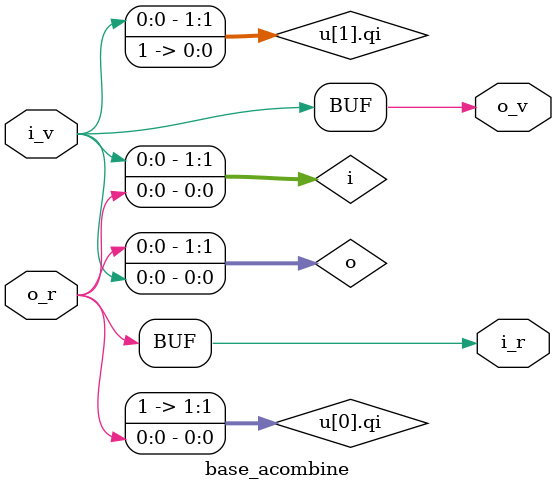
<source format=sv>
/*
 * Copyright 2017 IBM Corporation
 * Licensed to the Apache Software Foundation (ASF) under one
 * or more contributor license agreements.  See the NOTICE file
 * distributed with this work for additional information
 * regarding copyright ownership.  The ASF licenses this file
 * to you under the Apache License, Version 2.0 (the
 * "License"); you may not use this file except in compliance
 * with the License.  You may obtain a copy of the License at
 *
 *     http://www.apache.org/licenses/LICENSE-2.0
 *
 * Unless required by applicable law or agreed to in writing, software
 * distributed under the License is distributed on an "AS IS" BASIS,
 * WITHOUT WARRANTIES OR CONDITIONS OF ANY KIND, either express or implied.
 * See the License for the specific language governing permissions and
 * limitations under the License.
 *
 * Author: Andrew K Martin akmartin@us.ibm.com
 */
 
// syncronise ni inputs and no outputs.
// A transaction occurs on either all inputs and outputs, or none of them.  
module base_acombine#
  (
   parameter ni=1,
   parameter no=1)
		      
  (
   input [0:ni-1]  i_v,
   output [0:ni-1] i_r,
   output [0:no-1] o_v,
   input [0:no-1]  o_r
   );

   localparam n = ni+no;

   genvar j;
   genvar k;

   wire [0:n-1] i,o;
   assign i = {i_v,o_r};
   assign {i_r,o_v} = o;
   generate
      for (k=0; k<n; k=k+1) begin : u
	 wire [0:n-1] qi;
	 for (j=0; j<n; j=j+1) begin : v
	    if (j==k) 
	      assign qi[j] = 1'b1;
	    else
	      assign qi[j] = i[j];
	 end
	 assign o[k] = (& qi);
      end
   endgenerate
endmodule // base_acombine

		  
  

</source>
